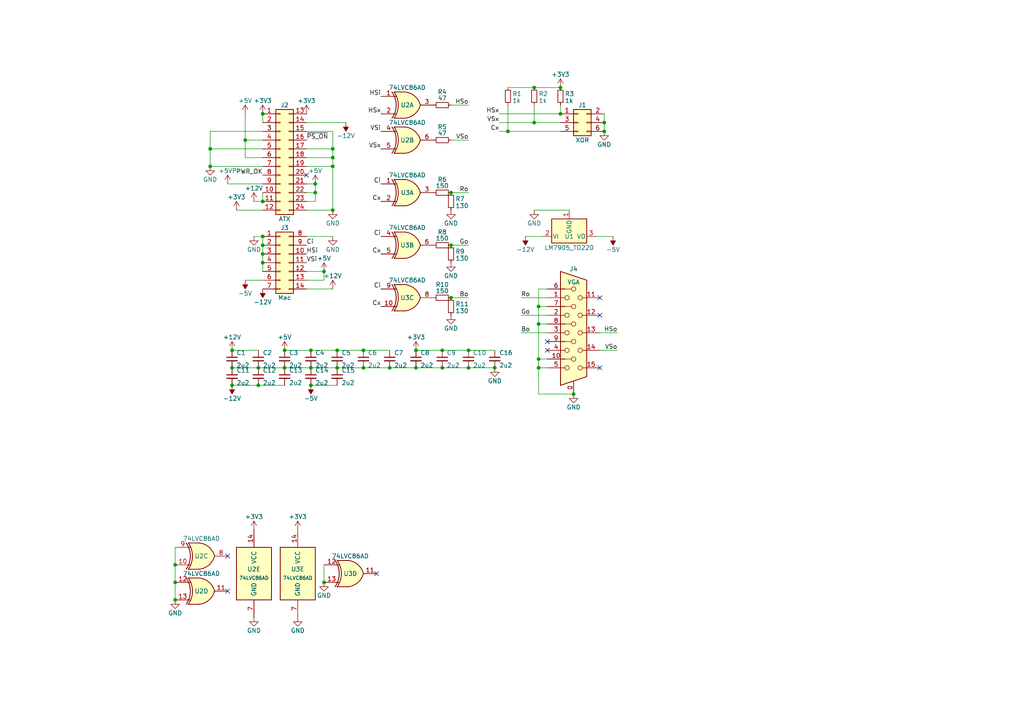
<source format=kicad_sch>
(kicad_sch (version 20211123) (generator eeschema)
  (paper "A4")
  (lib_symbols
    (symbol "74xx:74LS86" (pin_names (offset 1.016))
      (property "Reference" "U" (at 0 1.27 0))
      (property "Value" "74LS86" (at 0 -1.27 0))
      (symbol "74LS86_1_0"
        (arc (start -4.4196 -3.81) (mid -3.2033 0) (end -4.4196 3.81) (stroke (width 0.254)))
        (arc (start -3.81 -3.81) (mid -2.589 0) (end -3.81 3.81) (stroke (width 0.254)))
        (arc (start -0.6096 -3.81) (mid 2.1855 -2.584) (end 3.81 0) (stroke (width 0.254)) (fill (type background)))
        (polyline (pts (xy -3.81 -3.81) (xy -0.635 -3.81)) (stroke (width 0.254)) (fill (type background)))
        (polyline (pts (xy -3.81 3.81) (xy -0.635 3.81)) (stroke (width 0.254)) (fill (type background)))
        (polyline (pts (xy -0.635 3.81) (xy -3.81 3.81) (xy -3.81 3.81) (xy -3.556 3.4036) (xy -3.0226 2.2606) (xy -2.6924 1.0414) (xy -2.6162 -0.254) (xy -2.7686 -1.4986) (xy -3.175 -2.7178) (xy -3.81 -3.81) (xy -3.81 -3.81) (xy -0.635 -3.81)) (stroke (width -25.4)) (fill (type background)))
        (arc (start 3.81 0) (mid 2.1928 2.5925) (end -0.6096 3.81) (stroke (width 0.254)) (fill (type background)))
        (pin input line (at -7.62 2.54 0) (length 4.445) (name "~") (number "1"))
        (pin input line (at -7.62 -2.54 0) (length 4.445) (name "~") (number "2"))
        (pin output line (at 7.62 0 180) (length 3.81) (name "~") (number "3"))
      )
      (symbol "74LS86_1_1"
        (polyline (pts (xy -3.81 -2.54) (xy -3.175 -2.54)) (stroke (width 0.1524)))
        (polyline (pts (xy -3.81 2.54) (xy -3.175 2.54)) (stroke (width 0.1524)))
      )
      (symbol "74LS86_2_0"
        (arc (start -4.4196 -3.81) (mid -3.2033 0) (end -4.4196 3.81) (stroke (width 0.254)))
        (arc (start -3.81 -3.81) (mid -2.589 0) (end -3.81 3.81) (stroke (width 0.254)))
        (arc (start -0.6096 -3.81) (mid 2.1855 -2.584) (end 3.81 0) (stroke (width 0.254)) (fill (type background)))
        (polyline (pts (xy -3.81 -3.81) (xy -0.635 -3.81)) (stroke (width 0.254)) (fill (type background)))
        (polyline (pts (xy -3.81 3.81) (xy -0.635 3.81)) (stroke (width 0.254)) (fill (type background)))
        (polyline (pts (xy -0.635 3.81) (xy -3.81 3.81) (xy -3.81 3.81) (xy -3.556 3.4036) (xy -3.0226 2.2606) (xy -2.6924 1.0414) (xy -2.6162 -0.254) (xy -2.7686 -1.4986) (xy -3.175 -2.7178) (xy -3.81 -3.81) (xy -3.81 -3.81) (xy -0.635 -3.81)) (stroke (width -25.4)) (fill (type background)))
        (arc (start 3.81 0) (mid 2.1928 2.5925) (end -0.6096 3.81) (stroke (width 0.254)) (fill (type background)))
        (pin input line (at -7.62 2.54 0) (length 4.445) (name "~") (number "4"))
        (pin input line (at -7.62 -2.54 0) (length 4.445) (name "~") (number "5"))
        (pin output line (at 7.62 0 180) (length 3.81) (name "~") (number "6"))
      )
      (symbol "74LS86_2_1"
        (polyline (pts (xy -3.81 -2.54) (xy -3.175 -2.54)) (stroke (width 0.1524)))
        (polyline (pts (xy -3.81 2.54) (xy -3.175 2.54)) (stroke (width 0.1524)))
      )
      (symbol "74LS86_3_0"
        (arc (start -4.4196 -3.81) (mid -3.2033 0) (end -4.4196 3.81) (stroke (width 0.254)))
        (arc (start -3.81 -3.81) (mid -2.589 0) (end -3.81 3.81) (stroke (width 0.254)))
        (arc (start -0.6096 -3.81) (mid 2.1855 -2.584) (end 3.81 0) (stroke (width 0.254)) (fill (type background)))
        (polyline (pts (xy -3.81 -3.81) (xy -0.635 -3.81)) (stroke (width 0.254)) (fill (type background)))
        (polyline (pts (xy -3.81 3.81) (xy -0.635 3.81)) (stroke (width 0.254)) (fill (type background)))
        (polyline (pts (xy -0.635 3.81) (xy -3.81 3.81) (xy -3.81 3.81) (xy -3.556 3.4036) (xy -3.0226 2.2606) (xy -2.6924 1.0414) (xy -2.6162 -0.254) (xy -2.7686 -1.4986) (xy -3.175 -2.7178) (xy -3.81 -3.81) (xy -3.81 -3.81) (xy -0.635 -3.81)) (stroke (width -25.4)) (fill (type background)))
        (arc (start 3.81 0) (mid 2.1928 2.5925) (end -0.6096 3.81) (stroke (width 0.254)) (fill (type background)))
        (pin input line (at -7.62 -2.54 0) (length 4.445) (name "~") (number "10"))
        (pin output line (at 7.62 0 180) (length 3.81) (name "~") (number "8"))
        (pin input line (at -7.62 2.54 0) (length 4.445) (name "~") (number "9"))
      )
      (symbol "74LS86_3_1"
        (polyline (pts (xy -3.81 -2.54) (xy -3.175 -2.54)) (stroke (width 0.1524)))
        (polyline (pts (xy -3.81 2.54) (xy -3.175 2.54)) (stroke (width 0.1524)))
      )
      (symbol "74LS86_4_0"
        (arc (start -4.4196 -3.81) (mid -3.2033 0) (end -4.4196 3.81) (stroke (width 0.254)))
        (arc (start -3.81 -3.81) (mid -2.589 0) (end -3.81 3.81) (stroke (width 0.254)))
        (arc (start -0.6096 -3.81) (mid 2.1855 -2.584) (end 3.81 0) (stroke (width 0.254)) (fill (type background)))
        (polyline (pts (xy -3.81 -3.81) (xy -0.635 -3.81)) (stroke (width 0.254)) (fill (type background)))
        (polyline (pts (xy -3.81 3.81) (xy -0.635 3.81)) (stroke (width 0.254)) (fill (type background)))
        (polyline (pts (xy -0.635 3.81) (xy -3.81 3.81) (xy -3.81 3.81) (xy -3.556 3.4036) (xy -3.0226 2.2606) (xy -2.6924 1.0414) (xy -2.6162 -0.254) (xy -2.7686 -1.4986) (xy -3.175 -2.7178) (xy -3.81 -3.81) (xy -3.81 -3.81) (xy -0.635 -3.81)) (stroke (width -25.4)) (fill (type background)))
        (arc (start 3.81 0) (mid 2.1928 2.5925) (end -0.6096 3.81) (stroke (width 0.254)) (fill (type background)))
        (pin output line (at 7.62 0 180) (length 3.81) (name "~") (number "11"))
        (pin input line (at -7.62 2.54 0) (length 4.445) (name "~") (number "12"))
        (pin input line (at -7.62 -2.54 0) (length 4.445) (name "~") (number "13"))
      )
      (symbol "74LS86_4_1"
        (polyline (pts (xy -3.81 -2.54) (xy -3.175 -2.54)) (stroke (width 0.1524)))
        (polyline (pts (xy -3.81 2.54) (xy -3.175 2.54)) (stroke (width 0.1524)))
      )
      (symbol "74LS86_5_0"
        (pin power_in line (at 0 12.7 270) (length 5.08) (name "VCC") (number "14"))
        (pin power_in line (at 0 -12.7 90) (length 5.08) (name "GND") (number "7"))
      )
      (symbol "74LS86_5_1"
        (rectangle (start -5.08 7.62) (end 5.08 -7.62) (stroke (width 0.254)) (fill (type background)))
      )
    )
    (symbol "Connector:DB15_Female_HighDensity_MountingHoles" (pin_names (offset 1.016) hide)
      (property "Reference" "J" (at 0 21.59 0))
      (property "Value" "DB15_Female_HighDensity_MountingHoles" (at 0 19.05 0))
      (symbol "DB15_Female_HighDensity_MountingHoles_0_1"
        (circle (center -1.905 -10.16) (radius 0.635))
        (circle (center -1.905 -5.08) (radius 0.635))
        (circle (center -1.905 0) (radius 0.635))
        (circle (center -1.905 5.08) (radius 0.635))
        (circle (center -1.905 10.16) (radius 0.635))
        (circle (center 0 -7.62) (radius 0.635))
        (circle (center 0 -2.54) (radius 0.635))
        (polyline (pts (xy -3.175 7.62) (xy -0.635 7.62)))
        (polyline (pts (xy -0.635 -7.62) (xy -3.175 -7.62)))
        (polyline (pts (xy -0.635 -2.54) (xy -3.175 -2.54)))
        (polyline (pts (xy -0.635 2.54) (xy -3.175 2.54)))
        (polyline (pts (xy -0.635 12.7) (xy -3.175 12.7)))
        (polyline (pts (xy -3.81 17.78) (xy -3.81 -15.24) (xy 3.81 -12.7) (xy 3.81 15.24) (xy -3.81 17.78)) (stroke (width 0.254)) (fill (type background)))
        (circle (center 0 2.54) (radius 0.635))
        (circle (center 0 7.62) (radius 0.635))
        (circle (center 0 12.7) (radius 0.635))
        (circle (center 1.905 -10.16) (radius 0.635))
        (circle (center 1.905 -5.08) (radius 0.635))
        (circle (center 1.905 0) (radius 0.635))
        (circle (center 1.905 5.08) (radius 0.635))
        (circle (center 1.905 10.16) (radius 0.635))
      )
      (symbol "DB15_Female_HighDensity_MountingHoles_1_1"
        (pin passive line (at 0 -17.78 90) (length 3.81) (name "~") (number "0"))
        (pin passive line (at -7.62 10.16 0) (length 5.08) (name "~") (number "1"))
        (pin passive line (at -7.62 -7.62 0) (length 5.08) (name "~") (number "10"))
        (pin passive line (at 7.62 10.16 180) (length 5.08) (name "~") (number "11"))
        (pin passive line (at 7.62 5.08 180) (length 5.08) (name "~") (number "12"))
        (pin passive line (at 7.62 0 180) (length 5.08) (name "~") (number "13"))
        (pin passive line (at 7.62 -5.08 180) (length 5.08) (name "~") (number "14"))
        (pin passive line (at 7.62 -10.16 180) (length 5.08) (name "~") (number "15"))
        (pin passive line (at -7.62 5.08 0) (length 5.08) (name "~") (number "2"))
        (pin passive line (at -7.62 0 0) (length 5.08) (name "~") (number "3"))
        (pin passive line (at -7.62 -5.08 0) (length 5.08) (name "~") (number "4"))
        (pin passive line (at -7.62 -10.16 0) (length 5.08) (name "~") (number "5"))
        (pin passive line (at -7.62 12.7 0) (length 5.08) (name "~") (number "6"))
        (pin passive line (at -7.62 7.62 0) (length 5.08) (name "~") (number "7"))
        (pin passive line (at -7.62 2.54 0) (length 5.08) (name "~") (number "8"))
        (pin passive line (at -7.62 -2.54 0) (length 5.08) (name "~") (number "9"))
      )
    )
    (symbol "Connector_Generic:Conn_02x03_Odd_Even" (pin_names (offset 1.016) hide)
      (property "Reference" "J" (at 1.27 5.08 0))
      (property "Value" "Conn_02x03_Odd_Even" (at 1.27 -5.08 0))
      (symbol "Conn_02x03_Odd_Even_1_1"
        (rectangle (start -1.27 -2.413) (end 0 -2.667) (stroke (width 0.1524)))
        (rectangle (start -1.27 0.127) (end 0 -0.127) (stroke (width 0.1524)))
        (rectangle (start -1.27 2.667) (end 0 2.413) (stroke (width 0.1524)))
        (rectangle (start -1.27 3.81) (end 3.81 -3.81) (stroke (width 0.254)) (fill (type background)))
        (rectangle (start 3.81 -2.413) (end 2.54 -2.667) (stroke (width 0.1524)))
        (rectangle (start 3.81 0.127) (end 2.54 -0.127) (stroke (width 0.1524)))
        (rectangle (start 3.81 2.667) (end 2.54 2.413) (stroke (width 0.1524)))
        (pin passive line (at -5.08 2.54 0) (length 3.81) (name "Pin_1") (number "1"))
        (pin passive line (at 7.62 2.54 180) (length 3.81) (name "Pin_2") (number "2"))
        (pin passive line (at -5.08 0 0) (length 3.81) (name "Pin_3") (number "3"))
        (pin passive line (at 7.62 0 180) (length 3.81) (name "Pin_4") (number "4"))
        (pin passive line (at -5.08 -2.54 0) (length 3.81) (name "Pin_5") (number "5"))
        (pin passive line (at 7.62 -2.54 180) (length 3.81) (name "Pin_6") (number "6"))
      )
    )
    (symbol "Connector_Generic:Conn_02x07_Top_Bottom" (pin_names (offset 1.016) hide)
      (property "Reference" "J" (at 1.27 10.16 0))
      (property "Value" "Conn_02x07_Top_Bottom" (at 1.27 -10.16 0))
      (symbol "Conn_02x07_Top_Bottom_1_1"
        (rectangle (start -1.27 -7.493) (end 0 -7.747) (stroke (width 0.1524)))
        (rectangle (start -1.27 -4.953) (end 0 -5.207) (stroke (width 0.1524)))
        (rectangle (start -1.27 -2.413) (end 0 -2.667) (stroke (width 0.1524)))
        (rectangle (start -1.27 0.127) (end 0 -0.127) (stroke (width 0.1524)))
        (rectangle (start -1.27 2.667) (end 0 2.413) (stroke (width 0.1524)))
        (rectangle (start -1.27 5.207) (end 0 4.953) (stroke (width 0.1524)))
        (rectangle (start -1.27 7.747) (end 0 7.493) (stroke (width 0.1524)))
        (rectangle (start -1.27 8.89) (end 3.81 -8.89) (stroke (width 0.254)) (fill (type background)))
        (rectangle (start 3.81 -7.493) (end 2.54 -7.747) (stroke (width 0.1524)))
        (rectangle (start 3.81 -4.953) (end 2.54 -5.207) (stroke (width 0.1524)))
        (rectangle (start 3.81 -2.413) (end 2.54 -2.667) (stroke (width 0.1524)))
        (rectangle (start 3.81 0.127) (end 2.54 -0.127) (stroke (width 0.1524)))
        (rectangle (start 3.81 2.667) (end 2.54 2.413) (stroke (width 0.1524)))
        (rectangle (start 3.81 5.207) (end 2.54 4.953) (stroke (width 0.1524)))
        (rectangle (start 3.81 7.747) (end 2.54 7.493) (stroke (width 0.1524)))
        (pin passive line (at -5.08 7.62 0) (length 3.81) (name "Pin_1") (number "1"))
        (pin passive line (at 7.62 2.54 180) (length 3.81) (name "Pin_10") (number "10"))
        (pin passive line (at 7.62 0 180) (length 3.81) (name "Pin_11") (number "11"))
        (pin passive line (at 7.62 -2.54 180) (length 3.81) (name "Pin_12") (number "12"))
        (pin passive line (at 7.62 -5.08 180) (length 3.81) (name "Pin_13") (number "13"))
        (pin passive line (at 7.62 -7.62 180) (length 3.81) (name "Pin_14") (number "14"))
        (pin passive line (at -5.08 5.08 0) (length 3.81) (name "Pin_2") (number "2"))
        (pin passive line (at -5.08 2.54 0) (length 3.81) (name "Pin_3") (number "3"))
        (pin passive line (at -5.08 0 0) (length 3.81) (name "Pin_4") (number "4"))
        (pin passive line (at -5.08 -2.54 0) (length 3.81) (name "Pin_5") (number "5"))
        (pin passive line (at -5.08 -5.08 0) (length 3.81) (name "Pin_6") (number "6"))
        (pin passive line (at -5.08 -7.62 0) (length 3.81) (name "Pin_7") (number "7"))
        (pin passive line (at 7.62 7.62 180) (length 3.81) (name "Pin_8") (number "8"))
        (pin passive line (at 7.62 5.08 180) (length 3.81) (name "Pin_9") (number "9"))
      )
    )
    (symbol "Connector_Generic:Conn_02x12_Top_Bottom" (pin_names (offset 1.016) hide)
      (property "Reference" "J" (at 1.27 15.24 0))
      (property "Value" "Conn_02x12_Top_Bottom" (at 1.27 -17.78 0))
      (symbol "Conn_02x12_Top_Bottom_1_1"
        (rectangle (start -1.27 -15.113) (end 0 -15.367) (stroke (width 0.1524)))
        (rectangle (start -1.27 -12.573) (end 0 -12.827) (stroke (width 0.1524)))
        (rectangle (start -1.27 -10.033) (end 0 -10.287) (stroke (width 0.1524)))
        (rectangle (start -1.27 -7.493) (end 0 -7.747) (stroke (width 0.1524)))
        (rectangle (start -1.27 -4.953) (end 0 -5.207) (stroke (width 0.1524)))
        (rectangle (start -1.27 -2.413) (end 0 -2.667) (stroke (width 0.1524)))
        (rectangle (start -1.27 0.127) (end 0 -0.127) (stroke (width 0.1524)))
        (rectangle (start -1.27 2.667) (end 0 2.413) (stroke (width 0.1524)))
        (rectangle (start -1.27 5.207) (end 0 4.953) (stroke (width 0.1524)))
        (rectangle (start -1.27 7.747) (end 0 7.493) (stroke (width 0.1524)))
        (rectangle (start -1.27 10.287) (end 0 10.033) (stroke (width 0.1524)))
        (rectangle (start -1.27 12.827) (end 0 12.573) (stroke (width 0.1524)))
        (rectangle (start -1.27 13.97) (end 3.81 -16.51) (stroke (width 0.254)) (fill (type background)))
        (rectangle (start 3.81 -15.113) (end 2.54 -15.367) (stroke (width 0.1524)))
        (rectangle (start 3.81 -12.573) (end 2.54 -12.827) (stroke (width 0.1524)))
        (rectangle (start 3.81 -10.033) (end 2.54 -10.287) (stroke (width 0.1524)))
        (rectangle (start 3.81 -7.493) (end 2.54 -7.747) (stroke (width 0.1524)))
        (rectangle (start 3.81 -4.953) (end 2.54 -5.207) (stroke (width 0.1524)))
        (rectangle (start 3.81 -2.413) (end 2.54 -2.667) (stroke (width 0.1524)))
        (rectangle (start 3.81 0.127) (end 2.54 -0.127) (stroke (width 0.1524)))
        (rectangle (start 3.81 2.667) (end 2.54 2.413) (stroke (width 0.1524)))
        (rectangle (start 3.81 5.207) (end 2.54 4.953) (stroke (width 0.1524)))
        (rectangle (start 3.81 7.747) (end 2.54 7.493) (stroke (width 0.1524)))
        (rectangle (start 3.81 10.287) (end 2.54 10.033) (stroke (width 0.1524)))
        (rectangle (start 3.81 12.827) (end 2.54 12.573) (stroke (width 0.1524)))
        (pin passive line (at -5.08 12.7 0) (length 3.81) (name "Pin_1") (number "1"))
        (pin passive line (at -5.08 -10.16 0) (length 3.81) (name "Pin_10") (number "10"))
        (pin passive line (at -5.08 -12.7 0) (length 3.81) (name "Pin_11") (number "11"))
        (pin passive line (at -5.08 -15.24 0) (length 3.81) (name "Pin_12") (number "12"))
        (pin passive line (at 7.62 12.7 180) (length 3.81) (name "Pin_13") (number "13"))
        (pin passive line (at 7.62 10.16 180) (length 3.81) (name "Pin_14") (number "14"))
        (pin passive line (at 7.62 7.62 180) (length 3.81) (name "Pin_15") (number "15"))
        (pin passive line (at 7.62 5.08 180) (length 3.81) (name "Pin_16") (number "16"))
        (pin passive line (at 7.62 2.54 180) (length 3.81) (name "Pin_17") (number "17"))
        (pin passive line (at 7.62 0 180) (length 3.81) (name "Pin_18") (number "18"))
        (pin passive line (at 7.62 -2.54 180) (length 3.81) (name "Pin_19") (number "19"))
        (pin passive line (at -5.08 10.16 0) (length 3.81) (name "Pin_2") (number "2"))
        (pin passive line (at 7.62 -5.08 180) (length 3.81) (name "Pin_20") (number "20"))
        (pin passive line (at 7.62 -7.62 180) (length 3.81) (name "Pin_21") (number "21"))
        (pin passive line (at 7.62 -10.16 180) (length 3.81) (name "Pin_22") (number "22"))
        (pin passive line (at 7.62 -12.7 180) (length 3.81) (name "Pin_23") (number "23"))
        (pin passive line (at 7.62 -15.24 180) (length 3.81) (name "Pin_24") (number "24"))
        (pin passive line (at -5.08 7.62 0) (length 3.81) (name "Pin_3") (number "3"))
        (pin passive line (at -5.08 5.08 0) (length 3.81) (name "Pin_4") (number "4"))
        (pin passive line (at -5.08 2.54 0) (length 3.81) (name "Pin_5") (number "5"))
        (pin passive line (at -5.08 0 0) (length 3.81) (name "Pin_6") (number "6"))
        (pin passive line (at -5.08 -2.54 0) (length 3.81) (name "Pin_7") (number "7"))
        (pin passive line (at -5.08 -5.08 0) (length 3.81) (name "Pin_8") (number "8"))
        (pin passive line (at -5.08 -7.62 0) (length 3.81) (name "Pin_9") (number "9"))
      )
    )
    (symbol "Device:C_Small" (pin_numbers hide) (pin_names (offset 0.254) hide)
      (property "Reference" "C" (at 0.254 1.778 0))
      (property "Value" "C_Small" (at 0.254 -2.032 0))
      (symbol "C_Small_0_1"
        (polyline (pts (xy -1.524 -0.508) (xy 1.524 -0.508)) (stroke (width 0.3302)))
        (polyline (pts (xy -1.524 0.508) (xy 1.524 0.508)) (stroke (width 0.3048)))
      )
      (symbol "C_Small_1_1"
        (pin passive line (at 0 2.54 270) (length 2.032) (name "~") (number "1"))
        (pin passive line (at 0 -2.54 90) (length 2.032) (name "~") (number "2"))
      )
    )
    (symbol "Device:R_Small" (pin_numbers hide) (pin_names (offset 0.254) hide)
      (property "Reference" "R" (at 0.762 0.508 0))
      (property "Value" "R_Small" (at 0.762 -1.016 0))
      (symbol "R_Small_0_1"
        (rectangle (start -0.762 1.778) (end 0.762 -1.778) (stroke (width 0.2032)))
      )
      (symbol "R_Small_1_1"
        (pin passive line (at 0 2.54 270) (length 0.762) (name "~") (number "1"))
        (pin passive line (at 0 -2.54 90) (length 0.762) (name "~") (number "2"))
      )
    )
    (symbol "Regulator_Linear:LM7905_TO220" (pin_names (offset 0.254))
      (property "Reference" "U" (at -3.81 -3.175 0))
      (property "Value" "LM7905_TO220" (at 0 -3.175 0))
      (symbol "LM7905_TO220_0_1"
        (rectangle (start -5.08 5.08) (end 5.08 -1.905) (stroke (width 0.254)) (fill (type background)))
      )
      (symbol "LM7905_TO220_1_1"
        (pin power_in line (at 0 7.62 270) (length 2.54) (name "GND") (number "1"))
        (pin power_in line (at -7.62 0 0) (length 2.54) (name "VI") (number "2"))
        (pin power_out line (at 7.62 0 180) (length 2.54) (name "VO") (number "3"))
      )
    )
    (symbol "power:+12V" (power) (pin_names (offset 0))
      (property "Value" "+12V" (at 0 3.556 0))
      (symbol "+12V_0_1"
        (polyline (pts (xy -0.762 1.27) (xy 0 2.54)))
        (polyline (pts (xy 0 0) (xy 0 2.54)))
        (polyline (pts (xy 0 2.54) (xy 0.762 1.27)))
      )
      (symbol "+12V_1_1"
        (pin power_in line (at 0 0 90) (length 0) hide (name "+12V") (number "1"))
      )
    )
    (symbol "power:+3V3" (power) (pin_names (offset 0))
      (property "Value" "+3V3" (at 0 3.556 0))
      (symbol "+3V3_0_1"
        (polyline (pts (xy -0.762 1.27) (xy 0 2.54)))
        (polyline (pts (xy 0 0) (xy 0 2.54)))
        (polyline (pts (xy 0 2.54) (xy 0.762 1.27)))
      )
      (symbol "+3V3_1_1"
        (pin power_in line (at 0 0 90) (length 0) hide (name "+3V3") (number "1"))
      )
    )
    (symbol "power:+5V" (power) (pin_names (offset 0))
      (property "Value" "+5V" (at 0 3.556 0))
      (symbol "+5V_0_1"
        (polyline (pts (xy -0.762 1.27) (xy 0 2.54)))
        (polyline (pts (xy 0 0) (xy 0 2.54)))
        (polyline (pts (xy 0 2.54) (xy 0.762 1.27)))
      )
      (symbol "+5V_1_1"
        (pin power_in line (at 0 0 90) (length 0) hide (name "+5V") (number "1"))
      )
    )
    (symbol "power:+5VP" (power) (pin_names (offset 0))
      (property "Value" "+5VP" (at 0 3.556 0))
      (symbol "+5VP_0_1"
        (polyline (pts (xy -0.762 1.27) (xy 0 2.54)))
        (polyline (pts (xy 0 0) (xy 0 2.54)))
        (polyline (pts (xy 0 2.54) (xy 0.762 1.27)))
      )
      (symbol "+5VP_1_1"
        (pin power_in line (at 0 0 90) (length 0) hide (name "+5VP") (number "1"))
      )
    )
    (symbol "power:-12V" (power) (pin_names (offset 0))
      (property "Value" "-12V" (at 0 3.81 0))
      (symbol "-12V_0_0"
        (pin power_in line (at 0 0 90) (length 0) hide (name "-12V") (number "1"))
      )
      (symbol "-12V_0_1"
        (polyline (pts (xy 0 0) (xy 0 1.27) (xy 0.762 1.27) (xy 0 2.54) (xy -0.762 1.27) (xy 0 1.27)) (fill (type outline)))
      )
    )
    (symbol "power:-5V" (power) (pin_names (offset 0))
      (property "Value" "-5V" (at 0 3.81 0))
      (symbol "-5V_0_0"
        (pin power_in line (at 0 0 90) (length 0) hide (name "-5V") (number "1"))
      )
      (symbol "-5V_0_1"
        (polyline (pts (xy 0 0) (xy 0 1.27) (xy 0.762 1.27) (xy 0 2.54) (xy -0.762 1.27) (xy 0 1.27)) (fill (type outline)))
      )
    )
    (symbol "power:GND" (power) (pin_names (offset 0))
      (property "Value" "GND" (at 0 -3.81 0))
      (symbol "GND_0_1"
        (polyline (pts (xy 0 0) (xy 0 -1.27) (xy 1.27 -1.27) (xy 0 -2.54) (xy -1.27 -1.27) (xy 0 -1.27)))
      )
      (symbol "GND_1_1"
        (pin power_in line (at 0 0 270) (length 0) hide (name "GND") (number "1"))
      )
    )
  )
  (junction (at 135.89 101.6))
  (junction (at 96.52 45.72))
  (junction (at 130.81 55.88))
  (junction (at 162.56 25.4))
  (junction (at 105.41 101.6))
  (junction (at 156.21 88.9))
  (junction (at 162.56 33.02))
  (junction (at 156.21 104.14))
  (junction (at 97.79 101.6))
  (junction (at 120.65 101.6))
  (junction (at 90.17 111.76))
  (junction (at 91.44 55.88))
  (junction (at 74.93 111.76))
  (junction (at 105.41 106.68))
  (junction (at 128.27 101.6))
  (junction (at 67.31 106.68))
  (junction (at 96.52 48.26))
  (junction (at 96.52 43.18))
  (junction (at 130.81 71.12))
  (junction (at 135.89 106.68))
  (junction (at 156.21 106.68))
  (junction (at 175.26 35.56))
  (junction (at 93.98 168.91))
  (junction (at 154.94 35.56))
  (junction (at 143.51 106.68))
  (junction (at 76.2 33.02))
  (junction (at 82.55 106.68))
  (junction (at 91.44 53.34))
  (junction (at 76.2 68.58))
  (junction (at 113.03 106.68))
  (junction (at 147.32 38.1))
  (junction (at 76.2 76.2))
  (junction (at 74.93 106.68))
  (junction (at 60.96 48.26))
  (junction (at 50.8 173.99))
  (junction (at 76.2 71.12))
  (junction (at 50.8 168.91))
  (junction (at 76.2 73.66))
  (junction (at 96.52 60.96))
  (junction (at 93.98 78.74))
  (junction (at 97.79 106.68))
  (junction (at 50.8 163.83))
  (junction (at 166.37 114.3))
  (junction (at 76.2 58.42))
  (junction (at 71.12 40.64))
  (junction (at 90.17 106.68))
  (junction (at 154.94 25.4))
  (junction (at 130.81 86.36))
  (junction (at 128.27 106.68))
  (junction (at 175.26 38.1))
  (junction (at 90.17 101.6))
  (junction (at 120.65 106.68))
  (junction (at 82.55 101.6))
  (junction (at 67.31 111.76))
  (junction (at 60.96 43.18))
  (junction (at 156.21 93.98))
  (junction (at 67.31 101.6))
  (no_connect (at 158.75 101.6))
  (no_connect (at 158.75 99.06))
  (no_connect (at 173.99 91.44))
  (no_connect (at 173.99 86.36))
  (no_connect (at 173.99 106.68))
  (no_connect (at 88.9 50.8))
  (no_connect (at 66.04 171.45))
  (no_connect (at 66.04 161.29))
  (no_connect (at 109.22 166.37))
  (wire (pts (xy 130.81 55.88) (xy 135.89 55.88)))
  (wire (pts (xy 88.9 53.34) (xy 91.44 53.34)))
  (wire (pts (xy 60.96 38.1) (xy 76.2 38.1)))
  (wire (pts (xy 71.12 40.64) (xy 71.12 45.72)))
  (wire (pts (xy 175.26 35.56) (xy 175.26 38.1)))
  (wire (pts (xy 66.04 53.34) (xy 76.2 53.34)))
  (wire (pts (xy 151.13 86.36) (xy 158.75 86.36)))
  (wire (pts (xy 93.98 163.83) (xy 93.98 168.91)))
  (wire (pts (xy 152.4 68.58) (xy 157.48 68.58)))
  (wire (pts (xy 120.65 101.6) (xy 128.27 101.6)))
  (wire (pts (xy 67.31 101.6) (xy 74.93 101.6)))
  (wire (pts (xy 156.21 106.68) (xy 158.75 106.68)))
  (wire (pts (xy 156.21 93.98) (xy 158.75 93.98)))
  (wire (pts (xy 156.21 88.9) (xy 158.75 88.9)))
  (wire (pts (xy 60.96 43.18) (xy 76.2 43.18)))
  (wire (pts (xy 76.2 68.58) (xy 76.2 71.12)))
  (wire (pts (xy 113.03 106.68) (xy 120.65 106.68)))
  (wire (pts (xy 130.81 71.12) (xy 135.89 71.12)))
  (wire (pts (xy 60.96 43.18) (xy 60.96 38.1)))
  (wire (pts (xy 135.89 101.6) (xy 143.51 101.6)))
  (wire (pts (xy 91.44 55.88) (xy 91.44 58.42)))
  (wire (pts (xy 90.17 111.76) (xy 97.79 111.76)))
  (wire (pts (xy 88.9 60.96) (xy 96.52 60.96)))
  (wire (pts (xy 88.9 68.58) (xy 96.52 68.58)))
  (wire (pts (xy 88.9 35.56) (xy 100.33 35.56)))
  (wire (pts (xy 156.21 83.82) (xy 156.21 88.9)))
  (wire (pts (xy 88.9 55.88) (xy 91.44 55.88)))
  (wire (pts (xy 88.9 38.1) (xy 96.52 38.1)))
  (wire (pts (xy 128.27 101.6) (xy 135.89 101.6)))
  (wire (pts (xy 90.17 101.6) (xy 97.79 101.6)))
  (wire (pts (xy 135.89 106.68) (xy 143.51 106.68)))
  (wire (pts (xy 93.98 81.28) (xy 93.98 78.74)))
  (wire (pts (xy 88.9 48.26) (xy 96.52 48.26)))
  (wire (pts (xy 50.8 163.83) (xy 50.8 168.91)))
  (wire (pts (xy 97.79 101.6) (xy 105.41 101.6)))
  (wire (pts (xy 156.21 104.14) (xy 158.75 104.14)))
  (wire (pts (xy 158.75 83.82) (xy 156.21 83.82)))
  (wire (pts (xy 74.93 106.68) (xy 82.55 106.68)))
  (wire (pts (xy 91.44 58.42) (xy 88.9 58.42)))
  (wire (pts (xy 76.2 33.02) (xy 76.2 35.56)))
  (wire (pts (xy 105.41 101.6) (xy 113.03 101.6)))
  (wire (pts (xy 82.55 106.68) (xy 90.17 106.68)))
  (wire (pts (xy 130.81 40.64) (xy 135.89 40.64)))
  (wire (pts (xy 76.2 76.2) (xy 76.2 78.74)))
  (wire (pts (xy 147.32 30.48) (xy 147.32 38.1)))
  (wire (pts (xy 105.41 106.68) (xy 113.03 106.68)))
  (wire (pts (xy 88.9 43.18) (xy 96.52 43.18)))
  (wire (pts (xy 128.27 106.68) (xy 135.89 106.68)))
  (wire (pts (xy 50.8 168.91) (xy 50.8 173.99)))
  (wire (pts (xy 91.44 53.34) (xy 91.44 55.88)))
  (wire (pts (xy 67.31 106.68) (xy 74.93 106.68)))
  (wire (pts (xy 68.58 60.96) (xy 76.2 60.96)))
  (wire (pts (xy 76.2 73.66) (xy 76.2 76.2)))
  (wire (pts (xy 96.52 43.18) (xy 96.52 45.72)))
  (wire (pts (xy 71.12 81.28) (xy 76.2 81.28)))
  (wire (pts (xy 88.9 81.28) (xy 93.98 81.28)))
  (wire (pts (xy 74.93 111.76) (xy 82.55 111.76)))
  (wire (pts (xy 144.78 33.02) (xy 162.56 33.02)))
  (wire (pts (xy 175.26 33.02) (xy 175.26 35.56)))
  (wire (pts (xy 97.79 106.68) (xy 105.41 106.68)))
  (wire (pts (xy 154.94 35.56) (xy 154.94 30.48)))
  (wire (pts (xy 90.17 106.68) (xy 97.79 106.68)))
  (wire (pts (xy 173.99 101.6) (xy 179.07 101.6)))
  (wire (pts (xy 60.96 48.26) (xy 76.2 48.26)))
  (wire (pts (xy 88.9 83.82) (xy 96.52 83.82)))
  (wire (pts (xy 156.21 104.14) (xy 156.21 106.68)))
  (wire (pts (xy 88.9 78.74) (xy 93.98 78.74)))
  (wire (pts (xy 96.52 48.26) (xy 96.52 60.96)))
  (wire (pts (xy 76.2 71.12) (xy 76.2 73.66)))
  (wire (pts (xy 71.12 45.72) (xy 76.2 45.72)))
  (wire (pts (xy 147.32 38.1) (xy 162.56 38.1)))
  (wire (pts (xy 73.66 58.42) (xy 76.2 58.42)))
  (wire (pts (xy 144.78 35.56) (xy 154.94 35.56)))
  (wire (pts (xy 151.13 91.44) (xy 158.75 91.44)))
  (wire (pts (xy 154.94 35.56) (xy 162.56 35.56)))
  (wire (pts (xy 76.2 58.42) (xy 76.2 55.88)))
  (wire (pts (xy 154.94 25.4) (xy 162.56 25.4)))
  (wire (pts (xy 130.81 86.36) (xy 135.89 86.36)))
  (wire (pts (xy 154.94 60.96) (xy 165.1 60.96)))
  (wire (pts (xy 144.78 38.1) (xy 147.32 38.1)))
  (wire (pts (xy 96.52 45.72) (xy 96.52 48.26)))
  (wire (pts (xy 173.99 96.52) (xy 179.07 96.52)))
  (wire (pts (xy 130.81 30.48) (xy 135.89 30.48)))
  (wire (pts (xy 82.55 101.6) (xy 90.17 101.6)))
  (wire (pts (xy 67.31 111.76) (xy 74.93 111.76)))
  (wire (pts (xy 71.12 33.02) (xy 71.12 40.64)))
  (wire (pts (xy 151.13 96.52) (xy 158.75 96.52)))
  (wire (pts (xy 96.52 38.1) (xy 96.52 43.18)))
  (wire (pts (xy 162.56 33.02) (xy 162.56 30.48)))
  (wire (pts (xy 166.37 114.3) (xy 156.21 114.3)))
  (wire (pts (xy 50.8 158.75) (xy 50.8 163.83)))
  (wire (pts (xy 60.96 48.26) (xy 60.96 43.18)))
  (wire (pts (xy 147.32 25.4) (xy 154.94 25.4)))
  (wire (pts (xy 156.21 114.3) (xy 156.21 106.68)))
  (wire (pts (xy 120.65 106.68) (xy 128.27 106.68)))
  (wire (pts (xy 71.12 40.64) (xy 76.2 40.64)))
  (wire (pts (xy 156.21 93.98) (xy 156.21 104.14)))
  (wire (pts (xy 156.21 88.9) (xy 156.21 93.98)))
  (wire (pts (xy 88.9 45.72) (xy 96.52 45.72)))
  (wire (pts (xy 73.66 68.58) (xy 76.2 68.58)))
  (wire (pts (xy 172.72 68.58) (xy 177.8 68.58)))
  (label "VSi" (at 88.9 76.2 0))
  (label "Cx" (at 144.78 38.1 180))
  (label "HSo" (at 179.07 96.52 180))
  (label "Ro" (at 151.13 86.36 0))
  (label "Bo" (at 151.13 96.52 0))
  (label "Go" (at 151.13 91.44 0))
  (label "Ci" (at 110.49 53.34 180))
  (label "Go" (at 135.89 71.12 180))
  (label "Ci" (at 88.9 71.12 0))
  (label "PWR_OK" (at 76.2 50.8 180))
  (label "VSx" (at 110.49 43.18 180))
  (label "Cx" (at 110.49 73.66 180))
  (label "VSo" (at 179.07 101.6 180))
  (label "Cx" (at 110.49 88.9 180))
  (label "VSo" (at 135.89 40.64 180))
  (label "Cx" (at 110.49 58.42 180))
  (label "HSx" (at 110.49 33.02 180))
  (label "Ci" (at 110.49 83.82 180))
  (label "Bo" (at 135.89 86.36 180))
  (label "HSx" (at 144.78 33.02 180))
  (label "HSi" (at 88.9 73.66 0))
  (label "VSx" (at 144.78 35.56 180))
  (label "HSi" (at 110.49 27.94 180))
  (label "~{PS_ON}" (at 88.9 40.64 0))
  (label "Ro" (at 135.89 55.88 180))
  (label "HSo" (at 135.89 30.48 180))
  (label "VSi" (at 110.49 38.1 180))
  (label "Ci" (at 110.49 68.58 180))
  (symbol (lib_id "power:+3V3") (at 86.36 153.67 0) (unit 1)
    (property "Reference" "#PWR0118" (effects hide))
    (property "Value" "+3V3" (at 86.36 149.86 0))
  )
  (symbol (lib_id "Device:C_Small") (at 135.89 104.14 0) (unit 1)
    (property "Reference" "C10" (at 137.16 101.6 0) (effects (justify left top)))
    (property "Value" "2u2" (at 137.16 106.68 0) (effects (justify left bottom)))
    (property "Footprint" "stdpads:C_0805" (effects hide))
  )
  (symbol (lib_id "power:-5V") (at 71.12 81.28 180) (unit 1)
    (property "Reference" "#PWR0109" (effects hide))
    (property "Value" "-5V" (at 71.12 85.09 0))
  )
  (symbol (lib_id "74xx:74LS86") (at 58.42 171.45 0) (unit 4)
    (property "Reference" "U2" (at 58.42 171.45 0))
    (property "Value" "74LVC86AD" (at 58.42 166.37 0))
    (property "Footprint" "stdpads:SOIC-14_3.9mm" (effects hide))
    (property "Datasheet" "74xx/74ls86.pdf" (effects hide))
  )
  (symbol (lib_id "power:-12V") (at 76.2 83.82 180) (unit 1)
    (property "Reference" "#PWR0110" (effects hide))
    (property "Value" "-12V" (at 76.2 87.63 0))
  )
  (symbol (lib_id "power:+12V") (at 73.66 58.42 0) (unit 1)
    (property "Reference" "#PWR0129" (effects hide))
    (property "Value" "+12V" (at 73.66 54.61 0))
  )
  (symbol (lib_id "power:GND") (at 166.37 114.3 0) (unit 1)
    (property "Reference" "#PWR0135" (effects hide))
    (property "Value" "GND" (at 166.37 118.11 0))
  )
  (symbol (lib_id "Device:C_Small") (at 90.17 104.14 0) (unit 1)
    (property "Reference" "C4" (at 91.44 101.6 0) (effects (justify left top)))
    (property "Value" "2u2" (at 91.44 106.68 0) (effects (justify left bottom)))
    (property "Footprint" "stdpads:C_0805" (effects hide))
  )
  (symbol (lib_id "74xx:74LS86") (at 118.11 40.64 0) (unit 2)
    (property "Reference" "U2" (at 118.11 40.64 0))
    (property "Value" "74LVC86AD" (at 118.11 35.56 0))
    (property "Footprint" "stdpads:SOIC-14_3.9mm" (effects hide))
    (property "Datasheet" "74xx/74ls86.pdf" (effects hide))
  )
  (symbol (lib_id "74xx:74LS86") (at 118.11 86.36 0) (unit 3)
    (property "Reference" "U3" (at 118.11 86.36 0))
    (property "Value" "74LVC86AD" (at 118.11 81.28 0))
    (property "Footprint" "stdpads:SOIC-14_3.9mm" (effects hide))
    (property "Datasheet" "74xx/74ls86.pdf" (effects hide))
  )
  (symbol (lib_id "power:-5V") (at 90.17 111.76 180) (unit 1)
    (property "Reference" "#PWR0121" (effects hide))
    (property "Value" "-5V" (at 90.17 115.57 0))
  )
  (symbol (lib_id "power:GND") (at 175.26 38.1 0) (unit 1)
    (property "Reference" "#PWR0101" (effects hide))
    (property "Value" "GND" (at 175.26 41.91 0))
  )
  (symbol (lib_id "Device:C_Small") (at 143.51 104.14 0) (unit 1)
    (property "Reference" "C16" (at 144.78 101.6 0) (effects (justify left top)))
    (property "Value" "2u2" (at 144.78 106.68 0) (effects (justify left bottom)))
    (property "Footprint" "stdpads:C_0805" (effects hide))
  )
  (symbol (lib_id "74xx:74LS86") (at 118.11 71.12 0) (unit 2)
    (property "Reference" "U3" (at 118.11 71.12 0))
    (property "Value" "74LVC86AD" (at 118.11 66.04 0))
    (property "Footprint" "stdpads:SOIC-14_3.9mm" (effects hide))
    (property "Datasheet" "74xx/74ls86.pdf" (effects hide))
  )
  (symbol (lib_id "power:-12V") (at 67.31 111.76 180) (unit 1)
    (property "Reference" "#PWR0120" (effects hide))
    (property "Value" "-12V" (at 67.31 115.57 0))
  )
  (symbol (lib_id "Device:C_Small") (at 120.65 104.14 0) (unit 1)
    (property "Reference" "C8" (at 121.92 101.6 0) (effects (justify left top)))
    (property "Value" "2u2" (at 121.92 106.68 0) (effects (justify left bottom)))
    (property "Footprint" "stdpads:C_0805" (effects hide))
  )
  (symbol (lib_id "power:+5V") (at 93.98 78.74 0) (unit 1)
    (property "Reference" "#PWR0107" (effects hide))
    (property "Value" "+5V" (at 93.98 74.93 0))
  )
  (symbol (lib_id "Device:C_Small") (at 82.55 104.14 0) (unit 1)
    (property "Reference" "C3" (at 83.82 101.6 0) (effects (justify left top)))
    (property "Value" "2u2" (at 83.82 106.68 0) (effects (justify left bottom)))
    (property "Footprint" "stdpads:C_0805" (effects hide))
  )
  (symbol (lib_id "power:GND") (at 154.94 60.96 0) (unit 1)
    (property "Reference" "#PWR0103" (effects hide))
    (property "Value" "GND" (at 154.94 64.77 0))
  )
  (symbol (lib_id "74xx:74LS86") (at 86.36 166.37 0) (unit 5)
    (property "Reference" "U3" (at 86.36 165.1 0))
    (property "Value" "74LVC86AD" (at 86.36 167.64 0) (effects (font (size 1.016 1.016))))
    (property "Footprint" "stdpads:SOIC-14_3.9mm" (effects hide))
    (property "Datasheet" "74xx/74ls86.pdf" (effects hide))
  )
  (symbol (lib_id "Device:R_Small") (at 147.32 27.94 180) (unit 1)
    (property "Reference" "R1" (at 148.59 27.94 0) (effects (justify right top)))
    (property "Value" "1k" (at 148.59 29.21 0) (effects (justify right)))
    (property "Footprint" "stdpads:R_0805" (effects hide))
  )
  (symbol (lib_id "Device:C_Small") (at 113.03 104.14 0) (unit 1)
    (property "Reference" "C7" (at 114.3 101.6 0) (effects (justify left top)))
    (property "Value" "2u2" (at 114.3 106.68 0) (effects (justify left bottom)))
    (property "Footprint" "stdpads:C_0805" (effects hide))
  )
  (symbol (lib_id "Device:R_Small") (at 128.27 40.64 90) (unit 1)
    (property "Reference" "R5" (at 128.27 36.83 90))
    (property "Value" "47" (at 128.27 39.37 90) (effects (justify top)))
    (property "Footprint" "stdpads:R_0805" (effects hide))
  )
  (symbol (lib_id "Device:C_Small") (at 97.79 104.14 0) (unit 1)
    (property "Reference" "C5" (at 99.06 101.6 0) (effects (justify left top)))
    (property "Value" "2u2" (at 99.06 106.68 0) (effects (justify left bottom)))
    (property "Footprint" "stdpads:C_0805" (effects hide))
  )
  (symbol (lib_id "Device:R_Small") (at 130.81 58.42 180) (unit 1)
    (property "Reference" "R7" (at 132.08 58.42 0) (effects (justify right top)))
    (property "Value" "130" (at 132.08 59.69 0) (effects (justify right)))
    (property "Footprint" "stdpads:R_0805" (effects hide))
  )
  (symbol (lib_id "Device:C_Small") (at 128.27 104.14 0) (unit 1)
    (property "Reference" "C9" (at 129.54 101.6 0) (effects (justify left top)))
    (property "Value" "2u2" (at 129.54 106.68 0) (effects (justify left bottom)))
    (property "Footprint" "stdpads:C_0805" (effects hide))
  )
  (symbol (lib_id "74xx:74LS86") (at 73.66 166.37 0) (unit 5)
    (property "Reference" "U2" (at 73.66 165.1 0))
    (property "Value" "74LVC86AD" (at 73.66 167.64 0) (effects (font (size 1.016 1.016))))
    (property "Footprint" "stdpads:SOIC-14_3.9mm" (effects hide))
    (property "Datasheet" "74xx/74ls86.pdf" (effects hide))
  )
  (symbol (lib_id "Device:R_Small") (at 128.27 86.36 90) (unit 1)
    (property "Reference" "R10" (at 128.27 82.55 90))
    (property "Value" "150" (at 128.27 85.09 90) (effects (justify top)))
    (property "Footprint" "stdpads:R_0805" (effects hide))
  )
  (symbol (lib_id "power:+5V") (at 91.44 53.34 0) (unit 1)
    (property "Reference" "#PWR0132" (effects hide))
    (property "Value" "+5V" (at 91.44 49.53 0))
    (property "Footprint" "Connector_Molex:Molex_Mini-Fit_Jr_5569-14A1_2x07_P4.20mm_Horizontal" (effects hide))
  )
  (symbol (lib_id "power:+3V3") (at 88.9 33.02 0) (unit 1)
    (property "Reference" "#PWR0131" (effects hide))
    (property "Value" "+3V3" (at 88.9 29.21 0))
  )
  (symbol (lib_id "power:+12V") (at 96.52 83.82 0) (unit 1)
    (property "Reference" "#PWR0111" (effects hide))
    (property "Value" "+12V" (at 96.52 80.01 0))
  )
  (symbol (lib_id "Connector_Generic:Conn_02x12_Top_Bottom") (at 81.28 45.72 0) (unit 1)
    (property "Reference" "J2" (at 82.55 30.48 0))
    (property "Value" "ATX" (at 82.55 63.5 0))
    (property "Footprint" "Connector_Molex:Molex_Mini-Fit_Jr_5569-24A1_2x12_P4.20mm_Horizontal" (effects hide))
  )
  (symbol (lib_id "power:+3V3") (at 76.2 33.02 0) (unit 1)
    (property "Reference" "#PWR0133" (effects hide))
    (property "Value" "+3V3" (at 76.2 29.21 0))
  )
  (symbol (lib_id "power:+5V") (at 71.12 33.02 0) (unit 1)
    (property "Reference" "#PWR0134" (effects hide))
    (property "Value" "+5V" (at 71.12 29.21 0))
  )
  (symbol (lib_id "power:GND") (at 96.52 68.58 0) (unit 1)
    (property "Reference" "#PWR0106" (effects hide))
    (property "Value" "GND" (at 96.52 72.39 0))
  )
  (symbol (lib_id "Regulator_Linear:LM7905_TO220") (at 165.1 68.58 0) (unit 1)
    (property "Reference" "U1" (at 165.1 68.58 0))
    (property "Value" "LM7905_TO220" (at 165.1 71.12 0) (effects (justify top)))
    (property "Footprint" "Package_TO_SOT_THT:TO-220-3_Horizontal_TabDown" (effects hide))
    (property "Datasheet" "https://www.onsemi.com/pub/Collateral/MC7900-D.PDF" (effects hide))
  )
  (symbol (lib_id "Device:R_Small") (at 154.94 27.94 180) (unit 1)
    (property "Reference" "R2" (at 156.21 27.94 0) (effects (justify right top)))
    (property "Value" "1k" (at 156.21 29.21 0) (effects (justify right)))
    (property "Footprint" "stdpads:R_0805" (effects hide))
  )
  (symbol (lib_id "power:-5V") (at 177.8 68.58 180) (unit 1)
    (property "Reference" "#PWR0102" (effects hide))
    (property "Value" "-5V" (at 177.8 72.39 0))
  )
  (symbol (lib_id "74xx:74LS86") (at 118.11 55.88 0) (unit 1)
    (property "Reference" "U3" (at 118.11 55.88 0))
    (property "Value" "74LVC86AD" (at 118.11 50.8 0))
    (property "Footprint" "stdpads:SOIC-14_3.9mm" (effects hide))
    (property "Datasheet" "74xx/74ls86.pdf" (effects hide))
  )
  (symbol (lib_id "Device:R_Small") (at 128.27 71.12 90) (unit 1)
    (property "Reference" "R8" (at 128.27 67.31 90))
    (property "Value" "150" (at 128.27 69.85 90) (effects (justify top)))
    (property "Footprint" "stdpads:R_0805" (effects hide))
  )
  (symbol (lib_id "power:GND") (at 86.36 179.07 0) (unit 1)
    (property "Reference" "#PWR0119" (effects hide))
    (property "Value" "GND" (at 86.36 182.88 0))
  )
  (symbol (lib_id "Device:R_Small") (at 130.81 88.9 180) (unit 1)
    (property "Reference" "R11" (at 132.08 88.9 0) (effects (justify right top)))
    (property "Value" "130" (at 132.08 90.17 0) (effects (justify right)))
    (property "Footprint" "stdpads:R_0805" (effects hide))
  )
  (symbol (lib_id "power:GND") (at 130.81 60.96 0) (unit 1)
    (property "Reference" "#PWR0114" (effects hide))
    (property "Value" "GND" (at 130.81 64.77 0))
  )
  (symbol (lib_id "Connector_Generic:Conn_02x07_Top_Bottom") (at 81.28 76.2 0) (unit 1)
    (property "Reference" "J3" (at 82.55 66.04 0))
    (property "Value" "Mac" (at 82.55 86.36 0))
    (property "Footprint" "Connector_Molex:Molex_Mini-Fit_Jr_5569-14A1_2x07_P4.20mm_Horizontal" (effects hide))
  )
  (symbol (lib_id "Connector:DB15_Female_HighDensity_MountingHoles") (at 166.37 96.52 0) (unit 1)
    (property "Reference" "J4" (at 166.37 78.74 0) (effects (justify bottom)))
    (property "Value" "VGA" (at 166.37 82.55 0) (effects (justify bottom)))
    (property "Footprint" "Connector_Dsub:DSUB-15-HD_Female_Horizontal_P2.29x1.98mm_EdgePinOffset3.03mm_Housed_MountingHolesOffset4.94mm" (effects hide))
    (property "Datasheet" " ~" (effects hide))
  )
  (symbol (lib_id "Device:R_Small") (at 130.81 73.66 180) (unit 1)
    (property "Reference" "R9" (at 132.08 73.66 0) (effects (justify right top)))
    (property "Value" "130" (at 132.08 74.93 0) (effects (justify right)))
    (property "Footprint" "stdpads:R_0805" (effects hide))
  )
  (symbol (lib_id "Device:C_Small") (at 90.17 109.22 0) (unit 1)
    (property "Reference" "C14" (at 91.44 106.68 0) (effects (justify left top)))
    (property "Value" "2u2" (at 91.44 111.76 0) (effects (justify left bottom)))
    (property "Footprint" "stdpads:C_0805" (effects hide))
  )
  (symbol (lib_id "power:GND") (at 73.66 68.58 0) (unit 1)
    (property "Reference" "#PWR0108" (effects hide))
    (property "Value" "GND" (at 73.66 72.39 0))
  )
  (symbol (lib_id "power:-12V") (at 100.33 35.56 180) (unit 1)
    (property "Reference" "#PWR0113" (effects hide))
    (property "Value" "-12V" (at 100.33 39.37 0))
  )
  (symbol (lib_id "Device:C_Small") (at 67.31 104.14 0) (unit 1)
    (property "Reference" "C1" (at 68.58 101.6 0) (effects (justify left top)))
    (property "Value" "2u2" (at 68.58 106.68 0) (effects (justify left bottom)))
    (property "Footprint" "stdpads:C_0805" (effects hide))
  )
  (symbol (lib_id "Device:C_Small") (at 74.93 104.14 0) (unit 1)
    (property "Reference" "C2" (at 76.2 101.6 0) (effects (justify left top)))
    (property "Value" "2u2" (at 76.2 106.68 0) (effects (justify left bottom)))
    (property "Footprint" "stdpads:C_0805" (effects hide))
  )
  (symbol (lib_id "Device:R_Small") (at 128.27 30.48 90) (unit 1)
    (property "Reference" "R4" (at 128.27 26.67 90))
    (property "Value" "47" (at 128.27 29.21 90) (effects (justify top)))
    (property "Footprint" "stdpads:R_0805" (effects hide))
  )
  (symbol (lib_id "power:+12V") (at 67.31 101.6 0) (unit 1)
    (property "Reference" "#PWR0137" (effects hide))
    (property "Value" "+12V" (at 67.31 97.79 0))
  )
  (symbol (lib_id "Device:C_Small") (at 67.31 109.22 0) (unit 1)
    (property "Reference" "C11" (at 68.58 106.68 0) (effects (justify left top)))
    (property "Value" "2u2" (at 68.58 111.76 0) (effects (justify left bottom)))
    (property "Footprint" "stdpads:C_0805" (effects hide))
  )
  (symbol (lib_id "power:GND") (at 50.8 173.99 0) (unit 1)
    (property "Reference" "#PWR0122" (effects hide))
    (property "Value" "GND" (at 50.8 177.8 0))
  )
  (symbol (lib_id "power:+3V3") (at 73.66 153.67 0) (unit 1)
    (property "Reference" "#PWR0117" (effects hide))
    (property "Value" "+3V3" (at 73.66 149.86 0))
  )
  (symbol (lib_id "power:GND") (at 60.96 48.26 0) (unit 1)
    (property "Reference" "#PWR0128" (effects hide))
    (property "Value" "GND" (at 60.96 52.07 0))
  )
  (symbol (lib_id "Device:R_Small") (at 128.27 55.88 90) (unit 1)
    (property "Reference" "R6" (at 128.27 52.07 90))
    (property "Value" "150" (at 128.27 54.61 90) (effects (justify top)))
    (property "Footprint" "stdpads:R_0805" (effects hide))
  )
  (symbol (lib_id "Device:C_Small") (at 82.55 109.22 0) (unit 1)
    (property "Reference" "C13" (at 83.82 106.68 0) (effects (justify left top)))
    (property "Value" "2u2" (at 83.82 111.76 0) (effects (justify left bottom)))
    (property "Footprint" "stdpads:C_0805" (effects hide))
  )
  (symbol (lib_id "power:GND") (at 96.52 60.96 0) (unit 1)
    (property "Reference" "#PWR0112" (effects hide))
    (property "Value" "GND" (at 96.52 64.77 0))
  )
  (symbol (lib_id "power:+3V3") (at 68.58 60.96 0) (unit 1)
    (property "Reference" "#PWR0130" (effects hide))
    (property "Value" "+3V3" (at 68.58 57.15 0))
  )
  (symbol (lib_id "Device:C_Small") (at 105.41 104.14 0) (unit 1)
    (property "Reference" "C6" (at 106.68 101.6 0) (effects (justify left top)))
    (property "Value" "2u2" (at 106.68 106.68 0) (effects (justify left bottom)))
    (property "Footprint" "stdpads:C_0805" (effects hide))
  )
  (symbol (lib_id "power:GND") (at 130.81 91.44 0) (unit 1)
    (property "Reference" "#PWR0123" (effects hide))
    (property "Value" "GND" (at 130.81 95.25 0))
  )
  (symbol (lib_id "power:+3V3") (at 162.56 25.4 0) (unit 1)
    (property "Reference" "#PWR0105" (effects hide))
    (property "Value" "+3V3" (at 162.56 21.59 0))
  )
  (symbol (lib_id "Device:C_Small") (at 74.93 109.22 0) (unit 1)
    (property "Reference" "C12" (at 76.2 106.68 0) (effects (justify left top)))
    (property "Value" "2u2" (at 76.2 111.76 0) (effects (justify left bottom)))
    (property "Footprint" "stdpads:C_0805" (effects hide))
  )
  (symbol (lib_id "power:GND") (at 143.51 106.68 0) (unit 1)
    (property "Reference" "#PWR0125" (effects hide))
    (property "Value" "GND" (at 143.51 110.49 0))
  )
  (symbol (lib_id "Connector_Generic:Conn_02x03_Odd_Even") (at 167.64 35.56 0) (unit 1)
    (property "Reference" "J1" (at 168.91 30.48 0))
    (property "Value" "XOR" (at 168.91 40.64 0))
    (property "Footprint" "Connector_PinHeader_2.54mm:PinHeader_2x03_P2.54mm_Vertical" (effects hide))
  )
  (symbol (lib_id "power:GND") (at 73.66 179.07 0) (unit 1)
    (property "Reference" "#PWR0116" (effects hide))
    (property "Value" "GND" (at 73.66 182.88 0))
  )
  (symbol (lib_id "power:GND") (at 130.81 76.2 0) (unit 1)
    (property "Reference" "#PWR0126" (effects hide))
    (property "Value" "GND" (at 130.81 80.01 0))
  )
  (symbol (lib_id "power:+5VP") (at 66.04 53.34 0) (unit 1)
    (property "Reference" "#PWR0127" (effects hide))
    (property "Value" "+5VP" (at 66.04 49.53 0))
  )
  (symbol (lib_id "74xx:74LS86") (at 101.6 166.37 0) (unit 4)
    (property "Reference" "U3" (at 101.6 166.37 0))
    (property "Value" "74LVC86AD" (at 101.6 161.29 0))
    (property "Footprint" "stdpads:SOIC-14_3.9mm" (effects hide))
    (property "Datasheet" "74xx/74ls86.pdf" (effects hide))
  )
  (symbol (lib_id "74xx:74LS86") (at 118.11 30.48 0) (unit 1)
    (property "Reference" "U2" (at 118.11 30.48 0))
    (property "Value" "74LVC86AD" (at 118.11 25.4 0))
    (property "Footprint" "stdpads:SOIC-14_3.9mm" (effects hide))
    (property "Datasheet" "74xx/74ls86.pdf" (effects hide))
  )
  (symbol (lib_id "power:+5V") (at 82.55 101.6 0) (unit 1)
    (property "Reference" "#PWR0136" (effects hide))
    (property "Value" "+5V" (at 82.55 97.79 0))
  )
  (symbol (lib_id "power:-12V") (at 152.4 68.58 180) (unit 1)
    (property "Reference" "#PWR0104" (effects hide))
    (property "Value" "-12V" (at 152.4 72.39 0))
  )
  (symbol (lib_id "power:GND") (at 93.98 168.91 0) (unit 1)
    (property "Reference" "#PWR0115" (effects hide))
    (property "Value" "GND" (at 93.98 172.72 0))
  )
  (symbol (lib_id "Device:C_Small") (at 97.79 109.22 0) (unit 1)
    (property "Reference" "C15" (at 99.06 106.68 0) (effects (justify left top)))
    (property "Value" "2u2" (at 99.06 111.76 0) (effects (justify left bottom)))
    (property "Footprint" "stdpads:C_0805" (effects hide))
  )
  (symbol (lib_id "Device:R_Small") (at 162.56 27.94 180) (unit 1)
    (property "Reference" "R3" (at 163.83 27.94 0) (effects (justify right top)))
    (property "Value" "1k" (at 163.83 29.21 0) (effects (justify right)))
    (property "Footprint" "stdpads:R_0805" (effects hide))
  )
  (symbol (lib_id "74xx:74LS86") (at 58.42 161.29 0) (unit 3)
    (property "Reference" "U2" (at 58.42 161.29 0))
    (property "Value" "74LVC86AD" (at 58.42 156.21 0))
    (property "Footprint" "stdpads:SOIC-14_3.9mm" (effects hide))
    (property "Datasheet" "74xx/74ls86.pdf" (effects hide))
  )
  (symbol (lib_id "power:+3V3") (at 120.65 101.6 0) (unit 1)
    (property "Reference" "#PWR0124" (effects hide))
    (property "Value" "+3V3" (at 120.65 97.79 0))
  )
)
</source>
